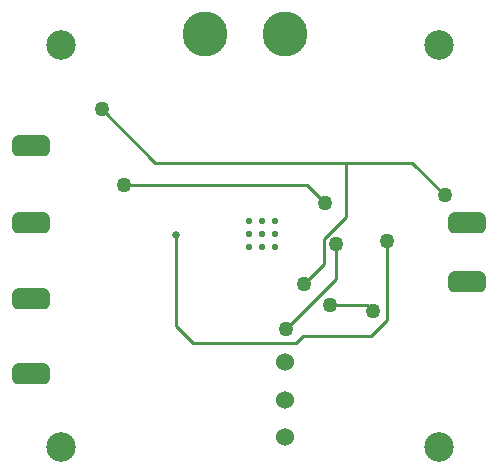
<source format=gbl>
G04*
G04 #@! TF.GenerationSoftware,Altium Limited,CircuitMaker,2.0.3 (51)*
G04*
G04 Layer_Physical_Order=2*
G04 Layer_Color=11436288*
%FSLAX44Y44*%
%MOMM*%
G71*
G04*
G04 #@! TF.SameCoordinates,C8AC64B2-932A-4FD2-A93B-DAD22475A408*
G04*
G04*
G04 #@! TF.FilePolarity,Positive*
G04*
G01*
G75*
%ADD13C,0.2540*%
G04:AMPARAMS|DCode=62|XSize=3.175mm|YSize=1.778mm|CornerRadius=0.4445mm|HoleSize=0mm|Usage=FLASHONLY|Rotation=0.000|XOffset=0mm|YOffset=0mm|HoleType=Round|Shape=RoundedRectangle|*
%AMROUNDEDRECTD62*
21,1,3.1750,0.8890,0,0,0.0*
21,1,2.2860,1.7780,0,0,0.0*
1,1,0.8890,1.1430,-0.4445*
1,1,0.8890,-1.1430,-0.4445*
1,1,0.8890,-1.1430,0.4445*
1,1,0.8890,1.1430,0.4445*
%
%ADD62ROUNDEDRECTD62*%
%ADD63C,1.5240*%
%ADD64C,1.2700*%
%ADD65C,2.5000*%
%ADD66C,3.8100*%
%ADD67C,0.5500*%
%ADD68C,0.6350*%
D13*
X859282Y840232D02*
X864362Y835152D01*
X828040Y840232D02*
X859282D01*
X862203Y813689D02*
X875792Y827278D01*
Y894588D01*
X805053Y813689D02*
X862203D01*
X712280Y807720D02*
X799084D01*
X697738Y822262D02*
X712280Y807720D01*
X697738Y822262D02*
Y899160D01*
X799084Y807720D02*
X805053Y813689D01*
X841248Y960374D02*
X897382D01*
X679958D02*
X841248D01*
Y914290D02*
Y960374D01*
X822706Y895748D02*
X841248Y914290D01*
X822706Y875030D02*
Y895748D01*
X805942Y858266D02*
X822706Y875030D01*
X808482Y941832D02*
X823468Y926846D01*
X653542Y941832D02*
X808482D01*
X897382Y960374D02*
X924814Y932942D01*
X634492Y1005840D02*
X679958Y960374D01*
X832866Y862330D02*
Y891540D01*
X790194Y819658D02*
X832866Y862330D01*
D62*
X575000Y975000D02*
D03*
Y845000D02*
D03*
X575056Y782066D02*
D03*
X943528Y860000D02*
D03*
Y910000D02*
D03*
X575000D02*
D03*
D63*
X790000Y760000D02*
D03*
Y791750D02*
D03*
Y728250D02*
D03*
D64*
X864362Y835152D02*
D03*
X828040Y840232D02*
D03*
X875792Y894588D02*
D03*
X805942Y858266D02*
D03*
X823468Y926846D02*
D03*
X653542Y941832D02*
D03*
X924814Y932942D02*
D03*
X634492Y1005840D02*
D03*
X832866Y891540D02*
D03*
X790194Y819658D02*
D03*
D65*
X920000Y1060000D02*
D03*
X600000Y720000D02*
D03*
Y1060000D02*
D03*
X920000Y720000D02*
D03*
D66*
X722122Y1069848D02*
D03*
X790000Y1070000D02*
D03*
D67*
X781000Y889000D02*
D03*
X770000D02*
D03*
X759000D02*
D03*
X781000Y900000D02*
D03*
X770000D02*
D03*
X759000D02*
D03*
X781000Y911000D02*
D03*
X770000D02*
D03*
X759000D02*
D03*
D68*
X697738Y899160D02*
D03*
M02*

</source>
